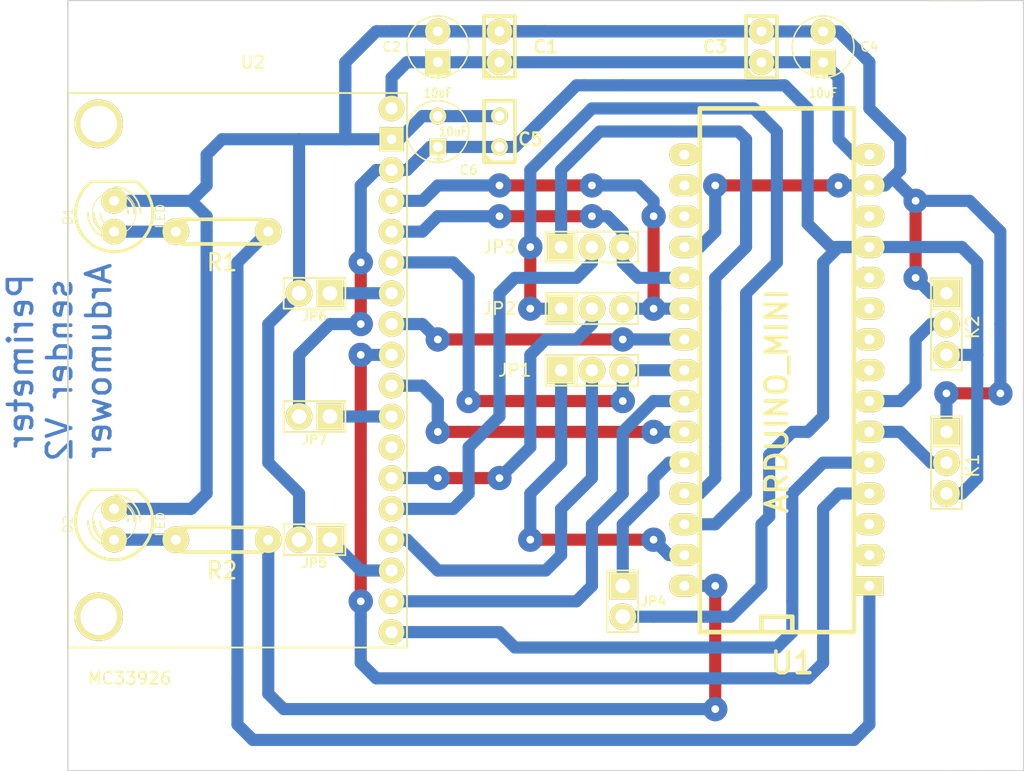
<source format=kicad_pcb>
(kicad_pcb (version 3) (host pcbnew "(2013-07-07 BZR 4022)-stable")

  (general
    (links 53)
    (no_connects 0)
    (area 180.289999 106.629999 255.320001 170.230001)
    (thickness 1.6)
    (drawings 10)
    (tracks 304)
    (zones 0)
    (modules 21)
    (nets 28)
  )

  (page A3)
  (layers
    (15 F.Cu signal)
    (0 B.Cu signal)
    (16 B.Adhes user)
    (17 F.Adhes user)
    (18 B.Paste user)
    (19 F.Paste user)
    (20 B.SilkS user)
    (21 F.SilkS user)
    (22 B.Mask user)
    (23 F.Mask user)
    (24 Dwgs.User user)
    (25 Cmts.User user)
    (26 Eco1.User user)
    (27 Eco2.User user)
    (28 Edge.Cuts user)
  )

  (setup
    (last_trace_width 1)
    (trace_clearance 0.2)
    (zone_clearance 0.508)
    (zone_45_only no)
    (trace_min 0.254)
    (segment_width 0.2)
    (edge_width 0.1)
    (via_size 2)
    (via_drill 0.635)
    (via_min_size 0.889)
    (via_min_drill 0.508)
    (uvia_size 0.508)
    (uvia_drill 0.127)
    (uvias_allowed no)
    (uvia_min_size 0.508)
    (uvia_min_drill 0.127)
    (pcb_text_width 0.3)
    (pcb_text_size 1.5 1.5)
    (mod_edge_width 0.15)
    (mod_text_size 1 1)
    (mod_text_width 0.15)
    (pad_size 2.2 2.2)
    (pad_drill 1.016)
    (pad_to_mask_clearance 0)
    (aux_axis_origin 0 0)
    (visible_elements 7FFFFFFF)
    (pcbplotparams
      (layerselection 271613953)
      (usegerberextensions true)
      (excludeedgelayer true)
      (linewidth 0.150000)
      (plotframeref false)
      (viasonmask false)
      (mode 1)
      (useauxorigin false)
      (hpglpennumber 1)
      (hpglpenspeed 20)
      (hpglpendiameter 15)
      (hpglpenoverlay 2)
      (psnegative false)
      (psa4output false)
      (plotreference true)
      (plotvalue true)
      (plotothertext true)
      (plotinvisibletext false)
      (padsonsilk false)
      (subtractmaskfromsilk false)
      (outputformat 1)
      (mirror false)
      (drillshape 0)
      (scaleselection 1)
      (outputdirectory "C:/Dropbox/CAD/Kicad/Robomow/Perimeter sender V2/Perimeter sender V2 production files/"))
  )

  (net 0 "")
  (net 1 +5V)
  (net 2 EN)
  (net 3 GND)
  (net 4 M1D1)
  (net 5 M1FB)
  (net 6 M1IN1)
  (net 7 M1IN2)
  (net 8 M1nD2)
  (net 9 M1nSF)
  (net 10 M2D1)
  (net 11 M2FB)
  (net 12 M2IN1)
  (net 13 M2IN2)
  (net 14 M2nD2)
  (net 15 M2nSF)
  (net 16 N-000001)
  (net 17 N-000002)
  (net 18 N-0000025)
  (net 19 N-0000027)
  (net 20 N-000003)
  (net 21 N-0000041)
  (net 22 N-0000042)
  (net 23 N-000007)
  (net 24 N-000008)
  (net 25 N-000009)
  (net 26 SLEW)
  (net 27 Vin)

  (net_class Default "This is the default net class."
    (clearance 0.2)
    (trace_width 1)
    (via_dia 2)
    (via_drill 0.635)
    (uvia_dia 0.508)
    (uvia_drill 0.127)
    (add_net "")
    (add_net +5V)
    (add_net EN)
    (add_net GND)
    (add_net M1D1)
    (add_net M1FB)
    (add_net M1IN1)
    (add_net M1IN2)
    (add_net M1nD2)
    (add_net M1nSF)
    (add_net M2D1)
    (add_net M2FB)
    (add_net M2IN1)
    (add_net M2IN2)
    (add_net M2nD2)
    (add_net M2nSF)
    (add_net N-000001)
    (add_net N-000002)
    (add_net N-0000025)
    (add_net N-0000027)
    (add_net N-000003)
    (add_net N-0000041)
    (add_net N-0000042)
    (add_net N-000007)
    (add_net N-000008)
    (add_net N-000009)
    (add_net SLEW)
    (add_net Vin)
  )

  (module PIN_ARRAY_2X1 (layer F.Cu) (tedit 53C69C02) (tstamp 53C67ED1)
    (at 200.66 140.97 180)
    (descr "Connecteurs 2 pins")
    (tags "CONN DEV")
    (path /53A9848C)
    (fp_text reference JP7 (at 0 -1.905 180) (layer F.SilkS)
      (effects (font (size 0.762 0.762) (thickness 0.1524)))
    )
    (fp_text value Slew (at 0 2.54 180) (layer F.SilkS) hide
      (effects (font (size 0.762 0.762) (thickness 0.1524)))
    )
    (fp_line (start -2.54 1.27) (end -2.54 -1.27) (layer F.SilkS) (width 0.1524))
    (fp_line (start -2.54 -1.27) (end 2.54 -1.27) (layer F.SilkS) (width 0.1524))
    (fp_line (start 2.54 -1.27) (end 2.54 1.27) (layer F.SilkS) (width 0.1524))
    (fp_line (start 2.54 1.27) (end -2.54 1.27) (layer F.SilkS) (width 0.1524))
    (pad 1 thru_hole rect (at -1.27 0 180) (size 2.2 2.2) (drill 1.2)
      (layers *.Cu *.Mask F.SilkS)
      (net 26 SLEW)
    )
    (pad 2 thru_hole circle (at 1.27 0 180) (size 2.2 2.2) (drill 1.2)
      (layers *.Cu *.Mask F.SilkS)
      (net 1 +5V)
    )
    (model pin_array/pins_array_2x1.wrl
      (at (xyz 0 0 0))
      (scale (xyz 1 1 1))
      (rotate (xyz 0 0 0))
    )
  )

  (module Dual_MC33926 (layer F.Cu) (tedit 53C69639) (tstamp 53C65B3E)
    (at 210.82 120.65)
    (path /53A98109)
    (fp_text reference U2 (at -15.24 -8.89) (layer F.SilkS)
      (effects (font (size 1 1) (thickness 0.15)))
    )
    (fp_text value MC33926 (at -25.4 41.91) (layer F.SilkS)
      (effects (font (size 1 1) (thickness 0.15)))
    )
    (fp_line (start -2.54 -6.35) (end -2.54 39.37) (layer F.SilkS) (width 0.15))
    (fp_line (start -2.54 39.37) (end -30.48 39.37) (layer F.SilkS) (width 0.15))
    (fp_line (start -30.48 39.37) (end -30.48 -6.35) (layer F.SilkS) (width 0.15))
    (fp_line (start -30.48 -6.35) (end -2.54 -6.35) (layer F.SilkS) (width 0.15))
    (pad 1 thru_hole circle (at -3.81 -5.08) (size 2.1 2.1) (drill 1)
      (layers *.Cu *.Mask F.SilkS)
      (net 27 Vin)
    )
    (pad 2 thru_hole rect (at -3.81 -2.54) (size 2 2) (drill 0.8)
      (layers *.Cu *.Mask F.SilkS)
      (net 3 GND)
    )
    (pad 3 thru_hole circle (at -3.81 0) (size 2.1 2.1) (drill 1)
      (layers *.Cu *.Mask F.SilkS)
      (net 1 +5V)
    )
    (pad 4 thru_hole circle (at -3.81 2.54) (size 2.1 2.1) (drill 1)
      (layers *.Cu *.Mask F.SilkS)
      (net 7 M1IN2)
    )
    (pad 5 thru_hole circle (at -3.81 5.08) (size 2.1 2.1) (drill 1)
      (layers *.Cu *.Mask F.SilkS)
      (net 6 M1IN1)
    )
    (pad 6 thru_hole circle (at -3.81 7.62) (size 2.1 2.1) (drill 1)
      (layers *.Cu *.Mask F.SilkS)
      (net 8 M1nD2)
    )
    (pad 7 thru_hole circle (at -3.81 10.16) (size 2.1 2.1) (drill 1)
      (layers *.Cu *.Mask F.SilkS)
      (net 4 M1D1)
    )
    (pad 8 thru_hole circle (at -3.81 12.7) (size 2.1 2.1) (drill 1)
      (layers *.Cu *.Mask F.SilkS)
      (net 9 M1nSF)
    )
    (pad 9 thru_hole circle (at -3.81 15.24) (size 2.1 2.1) (drill 1)
      (layers *.Cu *.Mask F.SilkS)
      (net 5 M1FB)
    )
    (pad 10 thru_hole circle (at -3.81 17.78) (size 2.1 2.1) (drill 1)
      (layers *.Cu *.Mask F.SilkS)
      (net 2 EN)
    )
    (pad 11 thru_hole circle (at -3.81 20.32) (size 2.1 2.1) (drill 1)
      (layers *.Cu *.Mask F.SilkS)
      (net 26 SLEW)
    )
    (pad 12 thru_hole circle (at -3.81 22.86) (size 2.1 2.1) (drill 1)
      (layers *.Cu *.Mask F.SilkS)
    )
    (pad 13 thru_hole circle (at -3.81 25.4) (size 2.1 2.1) (drill 1)
      (layers *.Cu *.Mask F.SilkS)
      (net 13 M2IN2)
    )
    (pad 14 thru_hole circle (at -3.81 27.94) (size 2.1 2.1) (drill 1)
      (layers *.Cu *.Mask F.SilkS)
      (net 12 M2IN1)
    )
    (pad 15 thru_hole circle (at -3.81 30.48) (size 2.1 2.1) (drill 1)
      (layers *.Cu *.Mask F.SilkS)
      (net 14 M2nD2)
    )
    (pad 16 thru_hole circle (at -3.81 33.02) (size 2.1 2.1) (drill 1)
      (layers *.Cu *.Mask F.SilkS)
      (net 10 M2D1)
    )
    (pad 17 thru_hole circle (at -3.81 35.56) (size 2.1 2.1) (drill 1)
      (layers *.Cu *.Mask F.SilkS)
      (net 15 M2nSF)
    )
    (pad 18 thru_hole circle (at -3.81 38.1) (size 2.1 2.1) (drill 1)
      (layers *.Cu *.Mask F.SilkS)
      (net 11 M2FB)
    )
    (pad "" np_thru_hole circle (at -27.94 -3.81) (size 4 4) (drill 3)
      (layers *.Cu *.Mask F.SilkS)
    )
    (pad "" np_thru_hole circle (at -27.94 36.83) (size 4 4) (drill 3)
      (layers *.Cu *.Mask F.SilkS)
      (zone_connect 0)
    )
  )

  (module R3-LARGE_PADS (layer F.Cu) (tedit 53CB9C3F) (tstamp 53C65AAA)
    (at 193.04 125.73)
    (descr "Resitance 3 pas")
    (tags R)
    (path /53A992CD)
    (autoplace_cost180 10)
    (fp_text reference R1 (at 0 2.54) (layer F.SilkS)
      (effects (font (size 1.397 1.27) (thickness 0.2032)))
    )
    (fp_text value 470R (at 0 0) (layer F.SilkS) hide
      (effects (font (size 1.397 1.27) (thickness 0.2032)))
    )
    (fp_line (start -3.81 0) (end -3.302 0) (layer F.SilkS) (width 0.3048))
    (fp_line (start 3.81 0) (end 3.302 0) (layer F.SilkS) (width 0.3048))
    (fp_line (start 3.302 0) (end 3.302 -1.016) (layer F.SilkS) (width 0.3048))
    (fp_line (start 3.302 -1.016) (end -3.302 -1.016) (layer F.SilkS) (width 0.3048))
    (fp_line (start -3.302 -1.016) (end -3.302 1.016) (layer F.SilkS) (width 0.3048))
    (fp_line (start -3.302 1.016) (end 3.302 1.016) (layer F.SilkS) (width 0.3048))
    (fp_line (start 3.302 1.016) (end 3.302 0) (layer F.SilkS) (width 0.3048))
    (fp_line (start -3.302 -0.508) (end -2.794 -1.016) (layer F.SilkS) (width 0.3048))
    (pad 1 thru_hole circle (at -3.81 0) (size 2.2 2.2) (drill 0.8128)
      (layers *.Cu *.Mask F.SilkS)
      (net 21 N-0000041)
    )
    (pad 2 thru_hole circle (at 3.81 0) (size 2.2 2.2) (drill 0.8128)
      (layers *.Cu *.Mask F.SilkS)
      (net 24 N-000008)
    )
    (model discret/resistor.wrl
      (at (xyz 0 0 0))
      (scale (xyz 0.3 0.3 0.3))
      (rotate (xyz 0 0 0))
    )
  )

  (module R3-LARGE_PADS (layer F.Cu) (tedit 53C69C1B) (tstamp 53C65AB8)
    (at 193.04 151.13)
    (descr "Resitance 3 pas")
    (tags R)
    (path /53A992DC)
    (autoplace_cost180 10)
    (fp_text reference R2 (at 0 2.54) (layer F.SilkS)
      (effects (font (size 1.397 1.27) (thickness 0.2032)))
    )
    (fp_text value 470R (at 0 0) (layer F.SilkS) hide
      (effects (font (size 1.397 1.27) (thickness 0.2032)))
    )
    (fp_line (start -3.81 0) (end -3.302 0) (layer F.SilkS) (width 0.3048))
    (fp_line (start 3.81 0) (end 3.302 0) (layer F.SilkS) (width 0.3048))
    (fp_line (start 3.302 0) (end 3.302 -1.016) (layer F.SilkS) (width 0.3048))
    (fp_line (start 3.302 -1.016) (end -3.302 -1.016) (layer F.SilkS) (width 0.3048))
    (fp_line (start -3.302 -1.016) (end -3.302 1.016) (layer F.SilkS) (width 0.3048))
    (fp_line (start -3.302 1.016) (end 3.302 1.016) (layer F.SilkS) (width 0.3048))
    (fp_line (start 3.302 1.016) (end 3.302 0) (layer F.SilkS) (width 0.3048))
    (fp_line (start -3.302 -0.508) (end -2.794 -1.016) (layer F.SilkS) (width 0.3048))
    (pad 1 thru_hole circle (at -3.81 0) (size 2.2 2.2) (drill 0.8128)
      (layers *.Cu *.Mask F.SilkS)
      (net 22 N-0000042)
    )
    (pad 2 thru_hole circle (at 3.81 0) (size 2.2 2.2) (drill 0.8128)
      (layers *.Cu *.Mask F.SilkS)
      (net 23 N-000007)
    )
    (model discret/resistor.wrl
      (at (xyz 0 0 0))
      (scale (xyz 0.3 0.3 0.3))
      (rotate (xyz 0 0 0))
    )
  )

  (module PIN_ARRAY_3X1 (layer F.Cu) (tedit 53CB9E16) (tstamp 53C65AC4)
    (at 223.52 137.16)
    (descr "Connecteur 3 pins")
    (tags "CONN DEV")
    (path /53A98E61)
    (fp_text reference JP1 (at -6.35 0) (layer F.SilkS)
      (effects (font (size 1.016 1.016) (thickness 0.1524)))
    )
    (fp_text value "Double Current / Dual Loop" (at -1.27 2.54) (layer F.SilkS) hide
      (effects (font (size 1.016 1.016) (thickness 0.1524)))
    )
    (fp_line (start -3.81 1.27) (end -3.81 -1.27) (layer F.SilkS) (width 0.1524))
    (fp_line (start -3.81 -1.27) (end 3.81 -1.27) (layer F.SilkS) (width 0.1524))
    (fp_line (start 3.81 -1.27) (end 3.81 1.27) (layer F.SilkS) (width 0.1524))
    (fp_line (start 3.81 1.27) (end -3.81 1.27) (layer F.SilkS) (width 0.1524))
    (fp_line (start -1.27 -1.27) (end -1.27 1.27) (layer F.SilkS) (width 0.1524))
    (pad 1 thru_hole rect (at -2.54 0) (size 2.2 2.2) (drill 1.016)
      (layers *.Cu *.Mask F.SilkS)
      (net 16 N-000001)
    )
    (pad 2 thru_hole circle (at 0 0) (size 2.2 2.2) (drill 1.016)
      (layers *.Cu *.Mask F.SilkS)
      (net 14 M2nD2)
    )
    (pad 3 thru_hole circle (at 2.54 0) (size 2.2 2.2) (drill 1.016)
      (layers *.Cu *.Mask F.SilkS)
      (net 8 M1nD2)
    )
    (model pin_array/pins_array_3x1.wrl
      (at (xyz 0 0 0))
      (scale (xyz 1 1 1))
      (rotate (xyz 0 0 0))
    )
  )

  (module PIN_ARRAY_3X1 (layer F.Cu) (tedit 53CB9E1A) (tstamp 53C65AD0)
    (at 223.52 132.08)
    (descr "Connecteur 3 pins")
    (tags "CONN DEV")
    (path /53A98E70)
    (fp_text reference JP2 (at -7.62 0) (layer F.SilkS)
      (effects (font (size 1.016 1.016) (thickness 0.1524)))
    )
    (fp_text value "Double Current / Dual Loop" (at 0 -2.159) (layer F.SilkS) hide
      (effects (font (size 1.016 1.016) (thickness 0.1524)))
    )
    (fp_line (start -3.81 1.27) (end -3.81 -1.27) (layer F.SilkS) (width 0.1524))
    (fp_line (start -3.81 -1.27) (end 3.81 -1.27) (layer F.SilkS) (width 0.1524))
    (fp_line (start 3.81 -1.27) (end 3.81 1.27) (layer F.SilkS) (width 0.1524))
    (fp_line (start 3.81 1.27) (end -3.81 1.27) (layer F.SilkS) (width 0.1524))
    (fp_line (start -1.27 -1.27) (end -1.27 1.27) (layer F.SilkS) (width 0.1524))
    (pad 1 thru_hole rect (at -2.54 0) (size 2.2 2.2) (drill 1.016)
      (layers *.Cu *.Mask F.SilkS)
      (net 17 N-000002)
    )
    (pad 2 thru_hole circle (at 0 0) (size 2.2 2.2) (drill 1.016)
      (layers *.Cu *.Mask F.SilkS)
      (net 13 M2IN2)
    )
    (pad 3 thru_hole circle (at 2.54 0) (size 2.2 2.2) (drill 1.016)
      (layers *.Cu *.Mask F.SilkS)
      (net 7 M1IN2)
    )
    (model pin_array/pins_array_3x1.wrl
      (at (xyz 0 0 0))
      (scale (xyz 1 1 1))
      (rotate (xyz 0 0 0))
    )
  )

  (module PIN_ARRAY_3X1 (layer F.Cu) (tedit 53CB9E21) (tstamp 53C65ADC)
    (at 223.52 127)
    (descr "Connecteur 3 pins")
    (tags "CONN DEV")
    (path /53A98E7F)
    (fp_text reference JP3 (at -7.62 0) (layer F.SilkS)
      (effects (font (size 1.016 1.016) (thickness 0.1524)))
    )
    (fp_text value "Double Current / Dual Loop" (at 0 -2.159) (layer F.SilkS) hide
      (effects (font (size 1.016 1.016) (thickness 0.1524)))
    )
    (fp_line (start -3.81 1.27) (end -3.81 -1.27) (layer F.SilkS) (width 0.1524))
    (fp_line (start -3.81 -1.27) (end 3.81 -1.27) (layer F.SilkS) (width 0.1524))
    (fp_line (start 3.81 -1.27) (end 3.81 1.27) (layer F.SilkS) (width 0.1524))
    (fp_line (start 3.81 1.27) (end -3.81 1.27) (layer F.SilkS) (width 0.1524))
    (fp_line (start -1.27 -1.27) (end -1.27 1.27) (layer F.SilkS) (width 0.1524))
    (pad 1 thru_hole rect (at -2.54 0) (size 2.2 2.2) (drill 1.016)
      (layers *.Cu *.Mask F.SilkS)
      (net 20 N-000003)
    )
    (pad 2 thru_hole circle (at 0 0) (size 2.2 2.2) (drill 1.016)
      (layers *.Cu *.Mask F.SilkS)
      (net 12 M2IN1)
    )
    (pad 3 thru_hole circle (at 2.54 0) (size 2.2 2.2) (drill 1.016)
      (layers *.Cu *.Mask F.SilkS)
      (net 6 M1IN1)
    )
    (model pin_array/pins_array_3x1.wrl
      (at (xyz 0 0 0))
      (scale (xyz 1 1 1))
      (rotate (xyz 0 0 0))
    )
  )

  (module PIN_ARRAY_2X1 (layer F.Cu) (tedit 53C69C0D) (tstamp 53C65AF0)
    (at 200.66 130.81 180)
    (descr "Connecteurs 2 pins")
    (tags "CONN DEV")
    (path /53A985FD)
    (fp_text reference JP6 (at 0 -1.905 180) (layer F.SilkS)
      (effects (font (size 0.762 0.762) (thickness 0.1524)))
    )
    (fp_text value M1D1 (at 0 2.54 180) (layer F.SilkS) hide
      (effects (font (size 0.762 0.762) (thickness 0.1524)))
    )
    (fp_line (start -2.54 1.27) (end -2.54 -1.27) (layer F.SilkS) (width 0.1524))
    (fp_line (start -2.54 -1.27) (end 2.54 -1.27) (layer F.SilkS) (width 0.1524))
    (fp_line (start 2.54 -1.27) (end 2.54 1.27) (layer F.SilkS) (width 0.1524))
    (fp_line (start 2.54 1.27) (end -2.54 1.27) (layer F.SilkS) (width 0.1524))
    (pad 1 thru_hole rect (at -1.27 0 180) (size 2.2 2.2) (drill 1.2)
      (layers *.Cu *.Mask F.SilkS)
      (net 4 M1D1)
    )
    (pad 2 thru_hole circle (at 1.27 0 180) (size 2.2 2.2) (drill 1.2)
      (layers *.Cu *.Mask F.SilkS)
      (net 3 GND)
    )
    (model pin_array/pins_array_2x1.wrl
      (at (xyz 0 0 0))
      (scale (xyz 1 1 1))
      (rotate (xyz 0 0 0))
    )
  )

  (module PIN_ARRAY_2X1 (layer F.Cu) (tedit 53C69C07) (tstamp 53C6891E)
    (at 200.66 151.13 180)
    (descr "Connecteurs 2 pins")
    (tags "CONN DEV")
    (path /53A98828)
    (fp_text reference JP5 (at 0 -1.905 180) (layer F.SilkS)
      (effects (font (size 0.762 0.762) (thickness 0.1524)))
    )
    (fp_text value M2D1 (at 0 2.54 180) (layer F.SilkS) hide
      (effects (font (size 0.762 0.762) (thickness 0.1524)))
    )
    (fp_line (start -2.54 1.27) (end -2.54 -1.27) (layer F.SilkS) (width 0.1524))
    (fp_line (start -2.54 -1.27) (end 2.54 -1.27) (layer F.SilkS) (width 0.1524))
    (fp_line (start 2.54 -1.27) (end 2.54 1.27) (layer F.SilkS) (width 0.1524))
    (fp_line (start 2.54 1.27) (end -2.54 1.27) (layer F.SilkS) (width 0.1524))
    (pad 1 thru_hole rect (at -1.27 0 180) (size 2.2 2.2) (drill 1.2)
      (layers *.Cu *.Mask F.SilkS)
      (net 10 M2D1)
    )
    (pad 2 thru_hole circle (at 1.27 0 180) (size 2.2 2.2) (drill 1.2)
      (layers *.Cu *.Mask F.SilkS)
      (net 3 GND)
    )
    (model pin_array/pins_array_2x1.wrl
      (at (xyz 0 0 0))
      (scale (xyz 1 1 1))
      (rotate (xyz 0 0 0))
    )
  )

  (module PIN_ARRAY_2X1 (layer F.Cu) (tedit 53CB9DF4) (tstamp 53C69D62)
    (at 226.06 156.21 270)
    (descr "Connecteurs 2 pins")
    (tags "CONN DEV")
    (path /53A99202)
    (fp_text reference JP4 (at 0 -2.54 360) (layer F.SilkS)
      (effects (font (size 0.762 0.762) (thickness 0.1524)))
    )
    (fp_text value "Double Current / Dual Loop" (at 0 2.54 270) (layer F.SilkS) hide
      (effects (font (size 0.762 0.762) (thickness 0.1524)))
    )
    (fp_line (start -2.54 1.27) (end -2.54 -1.27) (layer F.SilkS) (width 0.1524))
    (fp_line (start -2.54 -1.27) (end 2.54 -1.27) (layer F.SilkS) (width 0.1524))
    (fp_line (start 2.54 -1.27) (end 2.54 1.27) (layer F.SilkS) (width 0.1524))
    (fp_line (start 2.54 1.27) (end -2.54 1.27) (layer F.SilkS) (width 0.1524))
    (pad 1 thru_hole rect (at -1.27 0 270) (size 2.2 2.2) (drill 1.2)
      (layers *.Cu *.Mask F.SilkS)
      (net 25 N-000009)
    )
    (pad 2 thru_hole circle (at 1.27 0 270) (size 2.2 2.2) (drill 1.2)
      (layers *.Cu *.Mask F.SilkS)
      (net 1 +5V)
    )
    (model pin_array/pins_array_2x1.wrl
      (at (xyz 0 0 0))
      (scale (xyz 1 1 1))
      (rotate (xyz 0 0 0))
    )
  )

  (module LED-5MM (layer F.Cu) (tedit 53CB9C68) (tstamp 53C65B13)
    (at 184.15 124.46 90)
    (descr "LED 5mm - Lead pitch 100mil (2,54mm)")
    (tags "LED led 5mm 5MM 100mil 2,54mm")
    (path /53A99394)
    (fp_text reference D1 (at 0 -3.81 90) (layer F.SilkS)
      (effects (font (size 0.762 0.762) (thickness 0.0889)))
    )
    (fp_text value LED (at 0 3.81 90) (layer F.SilkS)
      (effects (font (size 0.762 0.762) (thickness 0.0889)))
    )
    (fp_line (start 2.8448 1.905) (end 2.8448 -1.905) (layer F.SilkS) (width 0.2032))
    (fp_circle (center 0.254 0) (end -1.016 1.27) (layer F.SilkS) (width 0.0762))
    (fp_arc (start 0.254 0) (end 2.794 1.905) (angle 286.2) (layer F.SilkS) (width 0.254))
    (fp_arc (start 0.254 0) (end -0.889 0) (angle 90) (layer F.SilkS) (width 0.1524))
    (fp_arc (start 0.254 0) (end 1.397 0) (angle 90) (layer F.SilkS) (width 0.1524))
    (fp_arc (start 0.254 0) (end -1.397 0) (angle 90) (layer F.SilkS) (width 0.1524))
    (fp_arc (start 0.254 0) (end 1.905 0) (angle 90) (layer F.SilkS) (width 0.1524))
    (fp_arc (start 0.254 0) (end -1.905 0) (angle 90) (layer F.SilkS) (width 0.1524))
    (fp_arc (start 0.254 0) (end 2.413 0) (angle 90) (layer F.SilkS) (width 0.1524))
    (pad 1 thru_hole circle (at -1.27 0 90) (size 2.1 2.1) (drill 0.8128)
      (layers *.Cu *.Mask F.SilkS)
      (net 21 N-0000041)
    )
    (pad 2 thru_hole circle (at 1.27 0 90) (size 2.1 2.1) (drill 0.8128)
      (layers *.Cu *.Mask F.SilkS)
      (net 3 GND)
    )
    (model discret/leds/led5_vertical_verde.wrl
      (at (xyz 0 0 0))
      (scale (xyz 1 1 1))
      (rotate (xyz 0 0 0))
    )
  )

  (module LED-5MM (layer F.Cu) (tedit 50ADE86B) (tstamp 53C65B22)
    (at 184.15 149.86 90)
    (descr "LED 5mm - Lead pitch 100mil (2,54mm)")
    (tags "LED led 5mm 5MM 100mil 2,54mm")
    (path /53A993A3)
    (fp_text reference D2 (at 0 -3.81 90) (layer F.SilkS)
      (effects (font (size 0.762 0.762) (thickness 0.0889)))
    )
    (fp_text value LED (at 0 3.81 90) (layer F.SilkS)
      (effects (font (size 0.762 0.762) (thickness 0.0889)))
    )
    (fp_line (start 2.8448 1.905) (end 2.8448 -1.905) (layer F.SilkS) (width 0.2032))
    (fp_circle (center 0.254 0) (end -1.016 1.27) (layer F.SilkS) (width 0.0762))
    (fp_arc (start 0.254 0) (end 2.794 1.905) (angle 286.2) (layer F.SilkS) (width 0.254))
    (fp_arc (start 0.254 0) (end -0.889 0) (angle 90) (layer F.SilkS) (width 0.1524))
    (fp_arc (start 0.254 0) (end 1.397 0) (angle 90) (layer F.SilkS) (width 0.1524))
    (fp_arc (start 0.254 0) (end -1.397 0) (angle 90) (layer F.SilkS) (width 0.1524))
    (fp_arc (start 0.254 0) (end 1.905 0) (angle 90) (layer F.SilkS) (width 0.1524))
    (fp_arc (start 0.254 0) (end -1.905 0) (angle 90) (layer F.SilkS) (width 0.1524))
    (fp_arc (start 0.254 0) (end 2.413 0) (angle 90) (layer F.SilkS) (width 0.1524))
    (pad 1 thru_hole circle (at -1.27 0 90) (size 2.1 2.1) (drill 0.8128)
      (layers *.Cu *.Mask F.SilkS)
      (net 22 N-0000042)
    )
    (pad 2 thru_hole circle (at 1.27 0 90) (size 2.1 2.1) (drill 0.8128)
      (layers *.Cu *.Mask F.SilkS)
      (net 3 GND)
    )
    (model discret/leds/led5_vertical_verde.wrl
      (at (xyz 0 0 0))
      (scale (xyz 1 1 1))
      (rotate (xyz 0 0 0))
    )
  )

  (module C1V5 (layer F.Cu) (tedit 53CB9E33) (tstamp 53C65B46)
    (at 210.82 110.49 90)
    (descr "Condensateur e = 1 pas")
    (tags C)
    (path /53A9813A)
    (fp_text reference C2 (at 0 -3.81 180) (layer F.SilkS)
      (effects (font (size 0.762 0.762) (thickness 0.127)))
    )
    (fp_text value 10uF (at -3.81 0 180) (layer F.SilkS)
      (effects (font (size 0.762 0.635) (thickness 0.127)))
    )
    (fp_text user + (at -2.286 0 90) (layer F.SilkS)
      (effects (font (size 0.762 0.762) (thickness 0.2032)))
    )
    (fp_circle (center 0 0) (end 0.127 -2.54) (layer F.SilkS) (width 0.127))
    (pad 1 thru_hole rect (at -1.27 0 90) (size 2.1 2.1) (drill 0.8128)
      (layers *.Cu *.Mask F.SilkS)
      (net 27 Vin)
    )
    (pad 2 thru_hole circle (at 1.27 0 90) (size 2.1 2.1) (drill 0.8128)
      (layers *.Cu *.Mask F.SilkS)
      (net 3 GND)
    )
    (model discret/c_vert_c1v5.wrl
      (at (xyz 0 0 0))
      (scale (xyz 1 1 1))
      (rotate (xyz 0 0 0))
    )
  )

  (module C1 (layer F.Cu) (tedit 53CB9E2C) (tstamp 53C65B51)
    (at 215.9 110.49 90)
    (descr "Condensateur e = 1 pas")
    (tags C)
    (path /53A9816D)
    (fp_text reference C1 (at 0 3.81 180) (layer F.SilkS)
      (effects (font (size 1.016 1.016) (thickness 0.2032)))
    )
    (fp_text value 100nF (at -3.81 0 180) (layer F.SilkS) hide
      (effects (font (size 1.016 1.016) (thickness 0.2032)))
    )
    (fp_line (start -2.4892 -1.27) (end 2.54 -1.27) (layer F.SilkS) (width 0.3048))
    (fp_line (start 2.54 -1.27) (end 2.54 1.27) (layer F.SilkS) (width 0.3048))
    (fp_line (start 2.54 1.27) (end -2.54 1.27) (layer F.SilkS) (width 0.3048))
    (fp_line (start -2.54 1.27) (end -2.54 -1.27) (layer F.SilkS) (width 0.3048))
    (fp_line (start -2.54 -0.635) (end -1.905 -1.27) (layer F.SilkS) (width 0.3048))
    (pad 1 thru_hole circle (at -1.27 0 90) (size 2.1 2.1) (drill 0.8128)
      (layers *.Cu *.Mask F.SilkS)
      (net 27 Vin)
    )
    (pad 2 thru_hole circle (at 1.27 0 90) (size 2.1 2.1) (drill 0.8128)
      (layers *.Cu *.Mask F.SilkS)
      (net 3 GND)
    )
    (model discret/capa_1_pas.wrl
      (at (xyz 0 0 0))
      (scale (xyz 1 1 1))
      (rotate (xyz 0 0 0))
    )
  )

  (module arduino_mini (layer F.Cu) (tedit 53CB9E48) (tstamp 53C65B85)
    (at 238.76 135.89 90)
    (descr "30 pins DIL package, elliptical pads, width 600mil (arduino mini)")
    (tags "DIL arduino mini")
    (path /53A980FA)
    (fp_text reference U1 (at -25.4 1.27 180) (layer F.SilkS)
      (effects (font (size 1.778 1.778) (thickness 0.3048)))
    )
    (fp_text value ARDUINO_MINI (at -3.81 0 90) (layer F.SilkS)
      (effects (font (size 1.778 1.778) (thickness 0.3048)))
    )
    (fp_line (start -22.86 -6.35) (end 20.32 -6.35) (layer F.SilkS) (width 0.381))
    (fp_line (start 20.32 -6.35) (end 20.32 6.35) (layer F.SilkS) (width 0.381))
    (fp_line (start 20.32 6.35) (end -22.86 6.35) (layer F.SilkS) (width 0.381))
    (fp_line (start -22.86 6.35) (end -22.86 -6.35) (layer F.SilkS) (width 0.381))
    (fp_line (start -22.86 1.27) (end -21.59 1.27) (layer F.SilkS) (width 0.381))
    (fp_line (start -21.59 1.27) (end -21.59 -1.27) (layer F.SilkS) (width 0.381))
    (fp_line (start -21.59 -1.27) (end -22.86 -1.27) (layer F.SilkS) (width 0.381))
    (pad 1 thru_hole rect (at -19.05 7.62 90) (size 1.5748 2.286) (drill 0.8128)
      (layers *.Cu *.Mask F.SilkS)
      (net 24 N-000008)
    )
    (pad 2 thru_hole oval (at -16.51 7.62 90) (size 1.8 2.5) (drill 0.8128)
      (layers *.Cu *.Mask F.SilkS)
    )
    (pad 3 thru_hole oval (at -13.97 7.62 90) (size 1.8 2.5) (drill 0.8128)
      (layers *.Cu *.Mask F.SilkS)
    )
    (pad 4 thru_hole oval (at -11.43 7.62 90) (size 1.8 2.5) (drill 0.8128)
      (layers *.Cu *.Mask F.SilkS)
      (net 5 M1FB)
    )
    (pad 5 thru_hole oval (at -8.89 7.62 90) (size 1.8 2.5) (drill 0.8128)
      (layers *.Cu *.Mask F.SilkS)
      (net 11 M2FB)
    )
    (pad 6 thru_hole oval (at -6.35 7.62 90) (size 1.8 2.5) (drill 0.8128)
      (layers *.Cu *.Mask F.SilkS)
      (net 18 N-0000025)
    )
    (pad 7 thru_hole oval (at -3.81 7.62 90) (size 1.8 2.5) (drill 0.8128)
      (layers *.Cu *.Mask F.SilkS)
      (net 19 N-0000027)
    )
    (pad 8 thru_hole oval (at -1.27 7.62 90) (size 1.8 2.5) (drill 0.8128)
      (layers *.Cu *.Mask F.SilkS)
    )
    (pad 9 thru_hole oval (at 1.27 7.62 90) (size 1.8 2.5) (drill 0.8128)
      (layers *.Cu *.Mask F.SilkS)
    )
    (pad 10 thru_hole oval (at 3.81 7.62 90) (size 1.8 2.5) (drill 0.8128)
      (layers *.Cu *.Mask F.SilkS)
    )
    (pad 11 thru_hole oval (at 6.35 7.62 90) (size 1.8 2.5) (drill 0.8128)
      (layers *.Cu *.Mask F.SilkS)
    )
    (pad 12 thru_hole oval (at 8.89 7.62 90) (size 1.8 2.5) (drill 0.8128)
      (layers *.Cu *.Mask F.SilkS)
      (net 1 +5V)
    )
    (pad 13 thru_hole oval (at 11.43 7.62 90) (size 1.8 2.5) (drill 0.8128)
      (layers *.Cu *.Mask F.SilkS)
    )
    (pad 14 thru_hole oval (at 13.97 7.62 90) (size 1.8 2.5) (drill 0.8128)
      (layers *.Cu *.Mask F.SilkS)
      (net 3 GND)
    )
    (pad 15 thru_hole oval (at 16.51 7.62 90) (size 1.8 2.5) (drill 0.8128)
      (layers *.Cu *.Mask F.SilkS)
      (net 27 Vin)
    )
    (pad 16 thru_hole oval (at 16.51 -7.62 90) (size 1.8 2.5) (drill 0.8128)
      (layers *.Cu *.Mask F.SilkS)
    )
    (pad 17 thru_hole oval (at 13.97 -7.62 90) (size 1.8 2.5) (drill 0.8128)
      (layers *.Cu *.Mask F.SilkS)
    )
    (pad 18 thru_hole oval (at 11.43 -7.62 90) (size 1.8 2.5) (drill 0.8128)
      (layers *.Cu *.Mask F.SilkS)
    )
    (pad 19 thru_hole oval (at 8.89 -7.62 90) (size 1.8 2.5) (drill 0.8128)
      (layers *.Cu *.Mask F.SilkS)
      (net 3 GND)
    )
    (pad 20 thru_hole oval (at 6.35 -7.62 90) (size 1.8 2.5) (drill 0.8128)
      (layers *.Cu *.Mask F.SilkS)
      (net 6 M1IN1)
    )
    (pad 21 thru_hole oval (at 3.81 -7.62 90) (size 1.8 2.5) (drill 0.8128)
      (layers *.Cu *.Mask F.SilkS)
      (net 7 M1IN2)
    )
    (pad 22 thru_hole oval (at 1.27 -7.62 90) (size 1.8 2.5) (drill 0.8128)
      (layers *.Cu *.Mask F.SilkS)
      (net 9 M1nSF)
    )
    (pad 23 thru_hole oval (at -1.27 -7.62 90) (size 1.8 2.5) (drill 0.8128)
      (layers *.Cu *.Mask F.SilkS)
      (net 8 M1nD2)
    )
    (pad 24 thru_hole oval (at -3.81 -7.62 90) (size 1.8 2.5) (drill 0.8128)
      (layers *.Cu *.Mask F.SilkS)
      (net 15 M2nSF)
    )
    (pad 25 thru_hole oval (at -6.35 -7.62 90) (size 1.8 2.5) (drill 0.8128)
      (layers *.Cu *.Mask F.SilkS)
      (net 2 EN)
    )
    (pad 26 thru_hole oval (at -8.89 -7.62 90) (size 1.8 2.5) (drill 0.8128)
      (layers *.Cu *.Mask F.SilkS)
      (net 25 N-000009)
    )
    (pad 27 thru_hole oval (at -11.43 -7.62 90) (size 1.8 2.5) (drill 0.8128)
      (layers *.Cu *.Mask F.SilkS)
      (net 20 N-000003)
    )
    (pad 28 thru_hole oval (at -13.97 -7.62 90) (size 1.8 2.5) (drill 0.8128)
      (layers *.Cu *.Mask F.SilkS)
      (net 17 N-000002)
    )
    (pad 29 thru_hole oval (at -16.51 -7.62 90) (size 1.8 2.5) (drill 0.8128)
      (layers *.Cu *.Mask F.SilkS)
      (net 16 N-000001)
    )
    (pad 30 thru_hole oval (at -19.05 -7.62 90) (size 1.8 2.5) (drill 0.8128)
      (layers *.Cu *.Mask F.SilkS)
      (net 23 N-000007)
    )
    (model arduino_nano.wrl
      (at (xyz -0.978 -0.385 0))
      (scale (xyz 0.3937 0.3937 0.3937))
      (rotate (xyz 0 0 0))
    )
  )

  (module C1V5 (layer F.Cu) (tedit 53C69C4F) (tstamp 53C69889)
    (at 242.57 110.49 90)
    (descr "Condensateur e = 1 pas")
    (tags C)
    (path /53C69674)
    (fp_text reference C4 (at 0 3.81 180) (layer F.SilkS)
      (effects (font (size 0.762 0.762) (thickness 0.127)))
    )
    (fp_text value 10uF (at -3.81 0 180) (layer F.SilkS)
      (effects (font (size 0.762 0.635) (thickness 0.127)))
    )
    (fp_text user + (at -2.286 0 90) (layer F.SilkS)
      (effects (font (size 0.762 0.762) (thickness 0.2032)))
    )
    (fp_circle (center 0 0) (end 0.127 -2.54) (layer F.SilkS) (width 0.127))
    (pad 1 thru_hole rect (at -1.27 0 90) (size 2.1 2.1) (drill 0.8128)
      (layers *.Cu *.Mask F.SilkS)
      (net 27 Vin)
    )
    (pad 2 thru_hole circle (at 1.27 0 90) (size 2.1 2.1) (drill 0.8128)
      (layers *.Cu *.Mask F.SilkS)
      (net 3 GND)
    )
    (model discret/c_vert_c1v5.wrl
      (at (xyz 0 0 0))
      (scale (xyz 1 1 1))
      (rotate (xyz 0 0 0))
    )
  )

  (module C1 (layer F.Cu) (tedit 53C69C55) (tstamp 53C69894)
    (at 237.49 110.49 90)
    (descr "Condensateur e = 1 pas")
    (tags C)
    (path /53C69683)
    (fp_text reference C3 (at 0 -3.81 180) (layer F.SilkS)
      (effects (font (size 1.016 1.016) (thickness 0.2032)))
    )
    (fp_text value 100nF (at -3.81 0 180) (layer F.SilkS) hide
      (effects (font (size 1.016 1.016) (thickness 0.2032)))
    )
    (fp_line (start -2.4892 -1.27) (end 2.54 -1.27) (layer F.SilkS) (width 0.3048))
    (fp_line (start 2.54 -1.27) (end 2.54 1.27) (layer F.SilkS) (width 0.3048))
    (fp_line (start 2.54 1.27) (end -2.54 1.27) (layer F.SilkS) (width 0.3048))
    (fp_line (start -2.54 1.27) (end -2.54 -1.27) (layer F.SilkS) (width 0.3048))
    (fp_line (start -2.54 -0.635) (end -1.905 -1.27) (layer F.SilkS) (width 0.3048))
    (pad 1 thru_hole circle (at -1.27 0 90) (size 2.1 2.1) (drill 0.8128)
      (layers *.Cu *.Mask F.SilkS)
      (net 27 Vin)
    )
    (pad 2 thru_hole circle (at 1.27 0 90) (size 2.1 2.1) (drill 0.8128)
      (layers *.Cu *.Mask F.SilkS)
      (net 3 GND)
    )
    (model discret/capa_1_pas.wrl
      (at (xyz 0 0 0))
      (scale (xyz 1 1 1))
      (rotate (xyz 0 0 0))
    )
  )

  (module C1V5 (layer F.Cu) (tedit 53CB9E25) (tstamp 53C69E74)
    (at 210.82 117.475 90)
    (descr "Condensateur e = 1 pas")
    (tags C)
    (path /53C6A1E9)
    (fp_text reference C6 (at -3.175 2.54 180) (layer F.SilkS)
      (effects (font (size 0.762 0.762) (thickness 0.127)))
    )
    (fp_text value 10uF (at 0 1.27 180) (layer F.SilkS)
      (effects (font (size 0.762 0.635) (thickness 0.127)))
    )
    (fp_text user + (at -2.286 0 90) (layer F.SilkS)
      (effects (font (size 0.762 0.762) (thickness 0.2032)))
    )
    (fp_circle (center 0 0) (end 0.127 -2.54) (layer F.SilkS) (width 0.127))
    (pad 1 thru_hole rect (at -1.27 0 90) (size 1.397 1.397) (drill 0.8128)
      (layers *.Cu *.Mask F.SilkS)
      (net 1 +5V)
    )
    (pad 2 thru_hole circle (at 1.27 0 90) (size 1.397 1.397) (drill 0.8128)
      (layers *.Cu *.Mask F.SilkS)
      (net 3 GND)
    )
    (model discret/c_vert_c1v5.wrl
      (at (xyz 0 0 0))
      (scale (xyz 1 1 1))
      (rotate (xyz 0 0 0))
    )
  )

  (module C1 (layer F.Cu) (tedit 53C69F70) (tstamp 53C69E7F)
    (at 215.9 117.475 90)
    (descr "Condensateur e = 1 pas")
    (tags C)
    (path /53C6A1EF)
    (fp_text reference C5 (at -0.635 2.54 180) (layer F.SilkS)
      (effects (font (size 1.016 1.016) (thickness 0.2032)))
    )
    (fp_text value 100nF (at -4.445 0 180) (layer F.SilkS) hide
      (effects (font (size 1.016 1.016) (thickness 0.2032)))
    )
    (fp_line (start -2.4892 -1.27) (end 2.54 -1.27) (layer F.SilkS) (width 0.3048))
    (fp_line (start 2.54 -1.27) (end 2.54 1.27) (layer F.SilkS) (width 0.3048))
    (fp_line (start 2.54 1.27) (end -2.54 1.27) (layer F.SilkS) (width 0.3048))
    (fp_line (start -2.54 1.27) (end -2.54 -1.27) (layer F.SilkS) (width 0.3048))
    (fp_line (start -2.54 -0.635) (end -1.905 -1.27) (layer F.SilkS) (width 0.3048))
    (pad 1 thru_hole circle (at -1.27 0 90) (size 1.397 1.397) (drill 0.8128)
      (layers *.Cu *.Mask F.SilkS)
      (net 1 +5V)
    )
    (pad 2 thru_hole circle (at 1.27 0 90) (size 1.397 1.397) (drill 0.8128)
      (layers *.Cu *.Mask F.SilkS)
      (net 3 GND)
    )
    (model discret/capa_1_pas.wrl
      (at (xyz 0 0 0))
      (scale (xyz 1 1 1))
      (rotate (xyz 0 0 0))
    )
  )

  (module PIN_ARRAY_3X1 (layer F.Cu) (tedit 5423E91A) (tstamp 5423E75C)
    (at 252.73 144.78 270)
    (descr "Connecteur 3 pins")
    (tags "CONN DEV")
    (path /5423E6D0)
    (fp_text reference K1 (at 0.254 -2.159 270) (layer F.SilkS)
      (effects (font (size 1.016 1.016) (thickness 0.1524)))
    )
    (fp_text value "Charge current" (at 3.81 3.81 270) (layer F.SilkS) hide
      (effects (font (size 1.016 1.016) (thickness 0.1524)))
    )
    (fp_line (start -3.81 1.27) (end -3.81 -1.27) (layer F.SilkS) (width 0.1524))
    (fp_line (start -3.81 -1.27) (end 3.81 -1.27) (layer F.SilkS) (width 0.1524))
    (fp_line (start 3.81 -1.27) (end 3.81 1.27) (layer F.SilkS) (width 0.1524))
    (fp_line (start 3.81 1.27) (end -3.81 1.27) (layer F.SilkS) (width 0.1524))
    (fp_line (start -1.27 -1.27) (end -1.27 1.27) (layer F.SilkS) (width 0.1524))
    (pad 1 thru_hole rect (at -2.54 0 270) (size 2.2 2.2) (drill 1.016)
      (layers *.Cu *.Mask F.SilkS)
      (net 3 GND)
    )
    (pad 2 thru_hole circle (at 0 0 270) (size 2.2 2.2) (drill 1.016)
      (layers *.Cu *.Mask F.SilkS)
      (net 18 N-0000025)
    )
    (pad 3 thru_hole circle (at 2.54 0 270) (size 2.2 2.2) (drill 1.016)
      (layers *.Cu *.Mask F.SilkS)
      (net 1 +5V)
    )
    (model pin_array/pins_array_3x1.wrl
      (at (xyz 0 0 0))
      (scale (xyz 1 1 1))
      (rotate (xyz 0 0 0))
    )
  )

  (module PIN_ARRAY_3X1 (layer F.Cu) (tedit 5423E9CE) (tstamp 5423E768)
    (at 252.73 133.35 270)
    (descr "Connecteur 3 pins")
    (tags "CONN DEV")
    (path /5423E838)
    (fp_text reference K2 (at 0.254 -2.159 270) (layer F.SilkS)
      (effects (font (size 1.016 1.016) (thickness 0.1524)))
    )
    (fp_text value "Current potmeter" (at 1.27 3.81 270) (layer F.SilkS) hide
      (effects (font (size 1.016 1.016) (thickness 0.1524)))
    )
    (fp_line (start -3.81 1.27) (end -3.81 -1.27) (layer F.SilkS) (width 0.1524))
    (fp_line (start -3.81 -1.27) (end 3.81 -1.27) (layer F.SilkS) (width 0.1524))
    (fp_line (start 3.81 -1.27) (end 3.81 1.27) (layer F.SilkS) (width 0.1524))
    (fp_line (start 3.81 1.27) (end -3.81 1.27) (layer F.SilkS) (width 0.1524))
    (fp_line (start -1.27 -1.27) (end -1.27 1.27) (layer F.SilkS) (width 0.1524))
    (pad 1 thru_hole rect (at -2.54 0 270) (size 2.2 2.2) (drill 1.016)
      (layers *.Cu *.Mask F.SilkS)
      (net 3 GND)
    )
    (pad 2 thru_hole circle (at 0 0 270) (size 2.2 2.2) (drill 1.016)
      (layers *.Cu *.Mask F.SilkS)
      (net 19 N-0000027)
    )
    (pad 3 thru_hole circle (at 2.54 0 270) (size 2.2 2.2) (drill 1.016)
      (layers *.Cu *.Mask F.SilkS)
      (net 1 +5V)
    )
    (model pin_array/pins_array_3x1.wrl
      (at (xyz 0 0 0))
      (scale (xyz 1 1 1))
      (rotate (xyz 0 0 0))
    )
  )

  (gr_line (start 259.08 170.18) (end 255.27 170.18) (angle 90) (layer Edge.Cuts) (width 0.1))
  (gr_line (start 252.73 106.68) (end 259.08 106.68) (angle 90) (layer Edge.Cuts) (width 0.1))
  (gr_text "Perimeter \nsender V2\nArdumower \n\n\n" (at 182.88 137.16 90) (layer B.Cu)
    (effects (font (size 2 2) (thickness 0.3)) (justify mirror))
  )
  (gr_line (start 255.27 170.18) (end 252.73 170.18) (angle 90) (layer Edge.Cuts) (width 0.1))
  (gr_line (start 259.08 106.68) (end 259.08 170.18) (angle 90) (layer Edge.Cuts) (width 0.1))
  (gr_line (start 251.46 106.68) (end 255.27 106.68) (angle 90) (layer Edge.Cuts) (width 0.1))
  (gr_line (start 180.34 107.95) (end 180.34 106.68) (angle 90) (layer Edge.Cuts) (width 0.1))
  (gr_line (start 180.34 170.18) (end 180.34 106.68) (angle 90) (layer Edge.Cuts) (width 0.1))
  (gr_line (start 252.73 170.18) (end 180.34 170.18) (angle 90) (layer Edge.Cuts) (width 0.1))
  (gr_line (start 180.34 106.68) (end 252.73 106.68) (angle 90) (layer Edge.Cuts) (width 0.1))

  (segment (start 254 127) (end 246.38 127) (width 1) (layer B.Cu) (net 1) (tstamp 5423E851))
  (segment (start 255.27 128.27) (end 254 127) (width 1) (layer B.Cu) (net 1) (tstamp 5423E84C))
  (segment (start 255.27 135.89) (end 255.27 128.27) (width 1) (layer B.Cu) (net 1) (tstamp 5423E84A))
  (segment (start 252.73 147.32) (end 254 147.32) (width 1) (layer B.Cu) (net 1))
  (segment (start 254 135.89) (end 255.27 135.89) (width 1) (layer B.Cu) (net 1) (tstamp 5423E846))
  (segment (start 252.73 135.89) (end 254 135.89) (width 1) (layer B.Cu) (net 1))
  (segment (start 254 147.32) (end 255.27 146.05) (width 1) (layer B.Cu) (net 1) (tstamp 5423E856))
  (segment (start 255.27 146.05) (end 255.27 135.89) (width 1) (layer B.Cu) (net 1) (tstamp 5423E857))
  (segment (start 207.01 120.65) (end 208.28 120.65) (width 1) (layer B.Cu) (net 1))
  (segment (start 208.28 120.65) (end 210.185 118.745) (width 1) (layer B.Cu) (net 1) (tstamp 53C69EAF))
  (segment (start 210.185 118.745) (end 215.9 118.745) (width 1) (layer B.Cu) (net 1) (tstamp 53C69EB2))
  (segment (start 215.9 118.745) (end 217.17 118.745) (width 1) (layer B.Cu) (net 1) (tstamp 53C69EB3))
  (segment (start 243.205 127) (end 241.3 125.095) (width 1) (layer B.Cu) (net 1) (tstamp 53C69DB2))
  (segment (start 241.3 125.095) (end 241.3 120.65) (width 1) (layer B.Cu) (net 1) (tstamp 53C69DB3))
  (segment (start 241.3 120.65) (end 241.3 115.57) (width 1) (layer B.Cu) (net 1) (tstamp 53C69DB4))
  (segment (start 241.3 115.57) (end 239.395 113.665) (width 1) (layer B.Cu) (net 1) (tstamp 53C69DB5))
  (segment (start 239.395 113.665) (end 226.06 113.665) (width 1) (layer B.Cu) (net 1) (tstamp 53C69DB6))
  (segment (start 226.06 113.665) (end 222.885 113.665) (width 1) (layer B.Cu) (net 1) (tstamp 53C69DB7))
  (segment (start 246.38 127) (end 243.205 127) (width 1) (layer B.Cu) (net 1))
  (segment (start 222.25 113.665) (end 222.885 113.665) (width 1) (layer B.Cu) (net 1) (tstamp 53C69EB7))
  (segment (start 217.17 118.745) (end 222.25 113.665) (width 1) (layer B.Cu) (net 1) (tstamp 53C69EB5))
  (segment (start 226.06 157.48) (end 228.6 157.48) (width 1) (layer B.Cu) (net 1))
  (segment (start 228.6 157.48) (end 234.95 157.48) (width 1) (layer B.Cu) (net 1) (tstamp 53C69D74))
  (segment (start 234.95 157.48) (end 237.49 154.94) (width 1) (layer B.Cu) (net 1) (tstamp 53C69126))
  (segment (start 237.49 154.94) (end 237.49 149.86) (width 1) (layer B.Cu) (net 1) (tstamp 53C69129))
  (segment (start 237.49 149.86) (end 238.125 149.225) (width 1) (layer B.Cu) (net 1) (tstamp 53C6912B))
  (segment (start 238.125 149.225) (end 238.125 144.145) (width 1) (layer B.Cu) (net 1) (tstamp 53C6912D))
  (segment (start 238.125 144.145) (end 240.03 142.24) (width 1) (layer B.Cu) (net 1) (tstamp 53C69135))
  (segment (start 240.03 142.24) (end 241.3 142.24) (width 1) (layer B.Cu) (net 1) (tstamp 53C6913B))
  (segment (start 241.3 142.24) (end 242.57 140.97) (width 1) (layer B.Cu) (net 1) (tstamp 53C6913C))
  (segment (start 242.57 140.97) (end 242.57 128.27) (width 1) (layer B.Cu) (net 1) (tstamp 53C6913D))
  (segment (start 242.57 128.27) (end 243.84 127) (width 1) (layer B.Cu) (net 1) (tstamp 53C69147))
  (segment (start 243.84 127) (end 246.38 127) (width 1) (layer B.Cu) (net 1) (tstamp 53C69149))
  (segment (start 199.39 140.97) (end 199.39 135.89) (width 1) (layer B.Cu) (net 1))
  (segment (start 199.39 135.89) (end 201.93 133.35) (width 1) (layer B.Cu) (net 1) (tstamp 53C68DE7))
  (segment (start 201.93 133.35) (end 204.47 133.35) (width 1) (layer B.Cu) (net 1) (tstamp 53C68DE8))
  (via (at 204.47 133.35) (size 2) (layers F.Cu B.Cu) (net 1))
  (segment (start 204.47 133.35) (end 204.47 128.27) (width 1) (layer F.Cu) (net 1) (tstamp 53C68DF0))
  (via (at 204.47 128.27) (size 2) (layers F.Cu B.Cu) (net 1))
  (segment (start 204.47 128.27) (end 204.47 121.92) (width 1) (layer B.Cu) (net 1) (tstamp 53C68DF3))
  (segment (start 204.47 121.92) (end 205.74 120.65) (width 1) (layer B.Cu) (net 1) (tstamp 53C68DF4))
  (segment (start 205.74 120.65) (end 207.01 120.65) (width 1) (layer B.Cu) (net 1) (tstamp 53C68DF5))
  (segment (start 207.01 138.43) (end 209.55 138.43) (width 1) (layer B.Cu) (net 2))
  (segment (start 209.55 138.43) (end 210.82 139.7) (width 1) (layer B.Cu) (net 2) (tstamp 53C68F3F))
  (segment (start 210.82 139.7) (end 210.82 140.97) (width 1) (layer B.Cu) (net 2) (tstamp 53C68F40))
  (segment (start 210.82 140.97) (end 210.82 142.24) (width 1) (layer B.Cu) (net 2) (tstamp 53C68F41))
  (via (at 210.82 142.24) (size 2) (layers F.Cu B.Cu) (net 2))
  (segment (start 210.82 142.24) (end 228.6 142.24) (width 1) (layer F.Cu) (net 2) (tstamp 53C68F45))
  (segment (start 231.14 142.24) (end 228.6 142.24) (width 1) (layer B.Cu) (net 2))
  (segment (start 210.82 139.7) (end 209.55 138.43) (width 1) (layer B.Cu) (net 2) (tstamp 53C68D55))
  (segment (start 210.82 140.97) (end 210.82 139.7) (width 1) (layer B.Cu) (net 2) (tstamp 53C68D54))
  (via (at 228.6 142.24) (size 2) (layers F.Cu B.Cu) (net 2))
  (via (at 250.19 123.19) (size 2) (layers F.Cu B.Cu) (net 3))
  (segment (start 252.73 130.81) (end 251.46 130.81) (width 1) (layer B.Cu) (net 3) (status 400000))
  (segment (start 250.19 129.54) (end 250.19 123.19) (width 1) (layer F.Cu) (net 3) (tstamp 5423E8F4))
  (via (at 250.19 129.54) (size 2) (layers F.Cu B.Cu) (net 3))
  (segment (start 251.46 130.81) (end 250.19 129.54) (width 1) (layer B.Cu) (net 3) (tstamp 5423E8F0))
  (segment (start 248.285 121.285) (end 250.19 123.19) (width 1) (layer B.Cu) (net 3))
  (segment (start 252.73 142.24) (end 252.73 139.7) (width 1) (layer B.Cu) (net 3) (status 400000))
  (segment (start 252.73 139.7) (end 252.73 139.065) (width 1) (layer B.Cu) (net 3) (tstamp 5423E8BB))
  (via (at 252.73 139.065) (size 2) (layers F.Cu B.Cu) (net 3))
  (segment (start 252.73 139.065) (end 257.175 139.065) (width 1) (layer F.Cu) (net 3) (tstamp 5423E8C1))
  (via (at 257.175 139.065) (size 2) (layers F.Cu B.Cu) (net 3))
  (segment (start 257.175 139.065) (end 257.175 133.35) (width 1) (layer B.Cu) (net 3) (tstamp 5423E8C5))
  (segment (start 257.175 133.35) (end 257.175 125.73) (width 1) (layer B.Cu) (net 3) (tstamp 5423E8C6))
  (segment (start 257.175 125.73) (end 254.635 123.19) (width 1) (layer B.Cu) (net 3) (tstamp 5423E8C7))
  (segment (start 254.635 123.19) (end 251.46 123.19) (width 1) (layer B.Cu) (net 3) (tstamp 5423E8D0))
  (segment (start 251.46 123.19) (end 250.19 123.19) (width 1) (layer B.Cu) (net 3) (tstamp 5423E8DD))
  (segment (start 250.19 123.19) (end 248.92 121.92) (width 1) (layer B.Cu) (net 3) (tstamp 5423E8DF))
  (segment (start 184.15 148.59) (end 190.5 148.59) (width 1) (layer B.Cu) (net 3))
  (segment (start 191.77 147.32) (end 191.77 125.73) (width 1) (layer B.Cu) (net 3) (tstamp 53CB9D04))
  (segment (start 190.5 148.59) (end 191.77 147.32) (width 1) (layer B.Cu) (net 3) (tstamp 53CB9D03))
  (segment (start 248.92 120.65) (end 248.92 118.11) (width 1) (layer B.Cu) (net 3))
  (segment (start 243.84 109.22) (end 242.57 109.22) (width 1) (layer B.Cu) (net 3) (tstamp 53C6FF0D))
  (segment (start 246.38 111.76) (end 243.84 109.22) (width 1) (layer B.Cu) (net 3) (tstamp 53C6FF0C))
  (segment (start 246.38 115.57) (end 246.38 111.76) (width 1) (layer B.Cu) (net 3) (tstamp 53C6FF0B))
  (segment (start 248.92 118.11) (end 246.38 115.57) (width 1) (layer B.Cu) (net 3) (tstamp 53C6FF0A))
  (segment (start 246.38 121.92) (end 247.65 121.92) (width 1) (layer B.Cu) (net 3))
  (segment (start 247.65 121.92) (end 248.285 121.285) (width 1) (layer B.Cu) (net 3) (tstamp 53C69FA7))
  (segment (start 248.285 121.285) (end 248.92 120.65) (width 1) (layer B.Cu) (net 3) (tstamp 5423E8E6))
  (segment (start 210.82 116.205) (end 209.55 116.205) (width 1) (layer B.Cu) (net 3))
  (segment (start 237.49 109.22) (end 215.9 109.22) (width 1) (layer B.Cu) (net 3))
  (segment (start 210.82 109.22) (end 237.49 109.22) (width 1) (layer B.Cu) (net 3))
  (segment (start 207.01 118.11) (end 203.2 118.11) (width 1) (layer B.Cu) (net 3))
  (segment (start 203.2 118.11) (end 203.2 111.76) (width 1) (layer B.Cu) (net 3) (tstamp 53C69F13))
  (segment (start 203.2 111.76) (end 205.74 109.22) (width 1) (layer B.Cu) (net 3) (tstamp 53C69F14))
  (segment (start 205.74 109.22) (end 210.82 109.22) (width 1) (layer B.Cu) (net 3) (tstamp 53C69F15))
  (segment (start 207.01 118.11) (end 207.645 118.11) (width 1) (layer B.Cu) (net 3))
  (segment (start 209.55 116.205) (end 215.9 116.205) (width 1) (layer B.Cu) (net 3) (tstamp 53C69EAA))
  (segment (start 207.645 118.11) (end 209.55 116.205) (width 1) (layer B.Cu) (net 3) (tstamp 53C69EA9))
  (segment (start 207.01 109.22) (end 237.49 109.22) (width 1) (layer B.Cu) (net 3))
  (segment (start 210.82 109.22) (end 207.01 109.22) (width 1) (layer B.Cu) (net 3))
  (segment (start 203.2 118.11) (end 203.2 111.76) (width 1) (layer B.Cu) (net 3))
  (segment (start 203.2 111.76) (end 205.74 109.22) (width 1) (layer B.Cu) (net 3) (tstamp 53C69D91))
  (segment (start 205.74 109.22) (end 207.01 109.22) (width 1) (layer B.Cu) (net 3) (tstamp 53C69D92))
  (segment (start 207.01 109.22) (end 219.71 109.22) (width 1) (layer B.Cu) (net 3) (tstamp 53C69E1F))
  (segment (start 237.49 109.22) (end 242.57 109.22) (width 1) (layer B.Cu) (net 3) (tstamp 53C693A3))
  (segment (start 236.22 109.22) (end 237.49 109.22) (width 1) (layer B.Cu) (net 3) (tstamp 53C693A1))
  (segment (start 219.71 109.22) (end 236.22 109.22) (width 1) (layer B.Cu) (net 3) (tstamp 53C69D95))
  (segment (start 205.74 109.22) (end 219.71 109.22) (width 1) (layer B.Cu) (net 3) (tstamp 53C693A0))
  (segment (start 203.2 111.76) (end 205.74 109.22) (width 1) (layer B.Cu) (net 3) (tstamp 53C6939F))
  (segment (start 199.39 151.13) (end 199.39 147.32) (width 1) (layer B.Cu) (net 3))
  (segment (start 196.85 133.35) (end 199.39 130.81) (width 1) (layer B.Cu) (net 3) (tstamp 53C6899A))
  (segment (start 196.85 144.78) (end 196.85 133.35) (width 1) (layer B.Cu) (net 3) (tstamp 53C68997))
  (segment (start 199.39 147.32) (end 196.85 144.78) (width 1) (layer B.Cu) (net 3) (tstamp 53C68996))
  (segment (start 184.15 123.19) (end 190.5 123.19) (width 1) (layer B.Cu) (net 3))
  (segment (start 190.5 123.19) (end 191.77 124.46) (width 1) (layer B.Cu) (net 3) (tstamp 53C68925))
  (segment (start 191.77 124.46) (end 191.77 125.73) (width 1) (layer B.Cu) (net 3) (tstamp 53C68926))
  (segment (start 199.39 130.81) (end 199.39 118.11) (width 1) (layer B.Cu) (net 3))
  (segment (start 193.04 118.11) (end 199.39 118.11) (width 1) (layer B.Cu) (net 3) (tstamp 53C688F5))
  (segment (start 199.39 118.11) (end 203.2 118.11) (width 1) (layer B.Cu) (net 3) (tstamp 53C688FE))
  (segment (start 191.77 119.38) (end 193.04 118.11) (width 1) (layer B.Cu) (net 3) (tstamp 53C688F3))
  (segment (start 191.77 121.92) (end 191.77 119.38) (width 1) (layer B.Cu) (net 3) (tstamp 53C688F1))
  (segment (start 190.5 123.19) (end 191.77 121.92) (width 1) (layer B.Cu) (net 3) (tstamp 53C688E8))
  (segment (start 231.14 127) (end 232.41 127) (width 1) (layer B.Cu) (net 3))
  (segment (start 243.84 121.92) (end 246.38 121.92) (width 1) (layer B.Cu) (net 3) (tstamp 53C67DE5))
  (via (at 243.84 121.92) (size 2) (layers F.Cu B.Cu) (net 3))
  (segment (start 233.68 121.92) (end 243.84 121.92) (width 1) (layer F.Cu) (net 3) (tstamp 53C67DE0))
  (via (at 233.68 121.92) (size 2) (layers F.Cu B.Cu) (net 3))
  (segment (start 233.68 125.73) (end 233.68 121.92) (width 1) (layer B.Cu) (net 3) (tstamp 53C67DDC))
  (segment (start 232.41 127) (end 233.68 125.73) (width 1) (layer B.Cu) (net 3) (tstamp 53C67DD8))
  (segment (start 207.01 130.81) (end 201.93 130.81) (width 1) (layer B.Cu) (net 4))
  (segment (start 204.47 157.48) (end 204.47 161.29) (width 1) (layer B.Cu) (net 5))
  (segment (start 242.57 161.29) (end 242.57 158.75) (width 1) (layer B.Cu) (net 5) (tstamp 53C690DB))
  (segment (start 241.3 162.56) (end 242.57 161.29) (width 1) (layer B.Cu) (net 5) (tstamp 53C690DA))
  (segment (start 205.74 162.56) (end 241.3 162.56) (width 1) (layer B.Cu) (net 5) (tstamp 53C690D9))
  (segment (start 204.47 161.29) (end 205.74 162.56) (width 1) (layer B.Cu) (net 5) (tstamp 53C690D8))
  (segment (start 246.38 147.32) (end 243.84 147.32) (width 1) (layer B.Cu) (net 5))
  (segment (start 242.57 148.59) (end 242.57 158.75) (width 1) (layer B.Cu) (net 5) (tstamp 53C68A1D))
  (segment (start 243.84 147.32) (end 242.57 148.59) (width 1) (layer B.Cu) (net 5) (tstamp 53C68A16))
  (segment (start 204.47 135.89) (end 207.01 135.89) (width 1) (layer B.Cu) (net 5) (tstamp 53C68A39))
  (via (at 204.47 135.89) (size 2) (layers F.Cu B.Cu) (net 5))
  (segment (start 204.47 156.21) (end 204.47 135.89) (width 1) (layer F.Cu) (net 5) (tstamp 53C68A34))
  (via (at 204.47 156.21) (size 2) (layers F.Cu B.Cu) (net 5))
  (segment (start 204.47 157.48) (end 204.47 156.21) (width 1) (layer B.Cu) (net 5) (tstamp 53C690D6))
  (segment (start 231.14 129.54) (end 227.33 129.54) (width 1) (layer B.Cu) (net 6))
  (segment (start 226.06 128.27) (end 226.06 127) (width 1) (layer B.Cu) (net 6) (tstamp 53CB9F36))
  (segment (start 227.33 129.54) (end 226.06 128.27) (width 1) (layer B.Cu) (net 6) (tstamp 53CB9F35))
  (segment (start 226.06 127) (end 226.06 125.73) (width 1) (layer B.Cu) (net 6))
  (segment (start 226.06 125.73) (end 224.79 124.46) (width 1) (layer B.Cu) (net 6) (tstamp 53CB9EBB))
  (segment (start 224.79 124.46) (end 223.52 124.46) (width 1) (layer B.Cu) (net 6) (tstamp 53CB9EBF))
  (via (at 223.52 124.46) (size 2) (layers F.Cu B.Cu) (net 6))
  (segment (start 223.52 124.46) (end 215.9 124.46) (width 1) (layer F.Cu) (net 6) (tstamp 53CB9EFC))
  (via (at 215.9 124.46) (size 2) (layers F.Cu B.Cu) (net 6))
  (segment (start 215.9 124.46) (end 210.82 124.46) (width 1) (layer B.Cu) (net 6) (tstamp 53CB9EFF))
  (segment (start 210.82 124.46) (end 209.55 125.73) (width 1) (layer B.Cu) (net 6) (tstamp 53CB9F00))
  (segment (start 209.55 125.73) (end 207.01 125.73) (width 1) (layer B.Cu) (net 6) (tstamp 53CB9F01))
  (via (at 228.6 132.08) (size 2) (layers F.Cu B.Cu) (net 7))
  (segment (start 207.01 123.19) (end 209.55 123.19) (width 1) (layer B.Cu) (net 7) (tstamp 53CB9F29))
  (segment (start 210.82 121.92) (end 209.55 123.19) (width 1) (layer B.Cu) (net 7) (tstamp 53CB9F27))
  (segment (start 215.9 121.92) (end 210.82 121.92) (width 1) (layer B.Cu) (net 7) (tstamp 53CB9F26))
  (via (at 215.9 121.92) (size 2) (layers F.Cu B.Cu) (net 7))
  (segment (start 223.52 121.92) (end 215.9 121.92) (width 1) (layer F.Cu) (net 7) (tstamp 53CB9F23))
  (via (at 223.52 121.92) (size 2) (layers F.Cu B.Cu) (net 7))
  (segment (start 227.33 121.92) (end 223.52 121.92) (width 1) (layer B.Cu) (net 7) (tstamp 53CB9F1F))
  (segment (start 228.6 123.19) (end 227.33 121.92) (width 1) (layer B.Cu) (net 7) (tstamp 53CB9F17))
  (segment (start 228.6 124.46) (end 228.6 123.19) (width 1) (layer B.Cu) (net 7) (tstamp 53CB9F16))
  (via (at 228.6 124.46) (size 2) (layers F.Cu B.Cu) (net 7))
  (segment (start 228.6 124.46) (end 228.6 132.08) (width 1) (layer F.Cu) (net 7) (tstamp 53CB9F10))
  (segment (start 231.14 132.08) (end 228.6 132.08) (width 1) (layer B.Cu) (net 7))
  (segment (start 228.6 132.08) (end 226.06 132.08) (width 1) (layer B.Cu) (net 7) (tstamp 53C67D95))
  (segment (start 226.06 137.16) (end 226.06 139.7) (width 1) (layer B.Cu) (net 8))
  (segment (start 212.09 128.27) (end 207.01 128.27) (width 1) (layer B.Cu) (net 8) (tstamp 53C68C9F))
  (segment (start 213.36 129.54) (end 212.09 128.27) (width 1) (layer B.Cu) (net 8) (tstamp 53C68C8C))
  (segment (start 213.36 139.7) (end 213.36 129.54) (width 1) (layer B.Cu) (net 8) (tstamp 53C68C8B))
  (via (at 213.36 139.7) (size 2) (layers F.Cu B.Cu) (net 8))
  (segment (start 226.06 139.7) (end 213.36 139.7) (width 1) (layer F.Cu) (net 8) (tstamp 53C68C88))
  (via (at 226.06 139.7) (size 2) (layers F.Cu B.Cu) (net 8))
  (segment (start 231.14 137.16) (end 226.06 137.16) (width 1) (layer B.Cu) (net 8))
  (segment (start 207.01 133.35) (end 209.55 133.35) (width 1) (layer B.Cu) (net 9))
  (segment (start 226.06 134.62) (end 231.14 134.62) (width 1) (layer B.Cu) (net 9) (tstamp 53C68CAE))
  (via (at 226.06 134.62) (size 2) (layers F.Cu B.Cu) (net 9))
  (segment (start 210.82 134.62) (end 226.06 134.62) (width 1) (layer F.Cu) (net 9) (tstamp 53C68CA9))
  (via (at 210.82 134.62) (size 2) (layers F.Cu B.Cu) (net 9))
  (segment (start 209.55 133.35) (end 210.82 134.62) (width 1) (layer B.Cu) (net 9) (tstamp 53C68CA3))
  (segment (start 207.01 153.67) (end 204.47 153.67) (width 1) (layer B.Cu) (net 10))
  (segment (start 204.47 153.67) (end 201.93 151.13) (width 1) (layer B.Cu) (net 10) (tstamp 53C6891F))
  (segment (start 207.01 158.75) (end 215.9 158.75) (width 1) (layer B.Cu) (net 11))
  (segment (start 240.03 158.75) (end 240.03 156.21) (width 1) (layer B.Cu) (net 11) (tstamp 53C69102))
  (segment (start 238.76 160.02) (end 240.03 158.75) (width 1) (layer B.Cu) (net 11) (tstamp 53C69101))
  (segment (start 217.17 160.02) (end 238.76 160.02) (width 1) (layer B.Cu) (net 11) (tstamp 53C690FF))
  (segment (start 215.9 158.75) (end 217.17 160.02) (width 1) (layer B.Cu) (net 11) (tstamp 53C690FC))
  (segment (start 240.03 156.21) (end 240.03 147.32) (width 1) (layer B.Cu) (net 11) (tstamp 53C69105))
  (segment (start 242.57 144.78) (end 246.38 144.78) (width 1) (layer B.Cu) (net 11) (tstamp 53C68E16))
  (segment (start 240.03 147.32) (end 242.57 144.78) (width 1) (layer B.Cu) (net 11) (tstamp 53C68E10))
  (segment (start 218.44 129.54) (end 217.17 129.54) (width 1) (layer B.Cu) (net 12))
  (segment (start 217.17 129.54) (end 215.9 130.81) (width 1) (layer B.Cu) (net 12) (tstamp 53C68F74))
  (segment (start 215.9 130.81) (end 215.9 140.97) (width 1) (layer B.Cu) (net 12) (tstamp 53C68F75))
  (segment (start 215.9 140.97) (end 213.36 143.51) (width 1) (layer B.Cu) (net 12) (tstamp 53C68F79))
  (segment (start 213.36 143.51) (end 213.36 147.32) (width 1) (layer B.Cu) (net 12) (tstamp 53C68F7C))
  (segment (start 213.36 147.32) (end 212.09 148.59) (width 1) (layer B.Cu) (net 12) (tstamp 53C68F7E))
  (segment (start 212.09 148.59) (end 207.01 148.59) (width 1) (layer B.Cu) (net 12) (tstamp 53C68F83))
  (segment (start 215.9 130.81) (end 217.17 129.54) (width 1) (layer B.Cu) (net 12) (tstamp 53C68BDE))
  (segment (start 223.52 127) (end 223.52 128.27) (width 1) (layer B.Cu) (net 12))
  (segment (start 222.25 129.54) (end 218.44 129.54) (width 1) (layer B.Cu) (net 12) (tstamp 53C68BBF))
  (segment (start 223.52 128.27) (end 222.25 129.54) (width 1) (layer B.Cu) (net 12) (tstamp 53C68BBD))
  (segment (start 218.44 135.89) (end 218.44 143.51) (width 1) (layer B.Cu) (net 13))
  (segment (start 215.9 146.05) (end 210.82 146.05) (width 1) (layer F.Cu) (net 13) (tstamp 53C68F9B))
  (via (at 215.9 146.05) (size 2) (layers F.Cu B.Cu) (net 13))
  (segment (start 218.44 143.51) (end 215.9 146.05) (width 1) (layer B.Cu) (net 13) (tstamp 53C68F91))
  (segment (start 210.82 146.05) (end 207.01 146.05) (width 1) (layer F.Cu) (net 13) (tstamp 53C68F9C))
  (segment (start 207.01 146.05) (end 210.82 146.05) (width 1) (layer B.Cu) (net 13))
  (via (at 210.82 146.05) (size 2) (layers F.Cu B.Cu) (net 13))
  (segment (start 223.52 133.35) (end 223.52 132.08) (width 1) (layer B.Cu) (net 13) (tstamp 53C68C00))
  (segment (start 218.44 135.89) (end 219.71 134.62) (width 1) (layer B.Cu) (net 13) (tstamp 53C68BFD))
  (segment (start 219.71 134.62) (end 222.25 134.62) (width 1) (layer B.Cu) (net 13) (tstamp 53C68BFE))
  (segment (start 222.25 134.62) (end 223.52 133.35) (width 1) (layer B.Cu) (net 13) (tstamp 53C68BFF))
  (segment (start 207.01 151.13) (end 208.28 151.13) (width 1) (layer B.Cu) (net 14))
  (segment (start 208.28 151.13) (end 210.82 153.67) (width 1) (layer B.Cu) (net 14) (tstamp 53CB9E85))
  (segment (start 210.82 153.67) (end 219.71 153.67) (width 1) (layer B.Cu) (net 14) (tstamp 53CB9E86))
  (segment (start 219.71 153.67) (end 220.98 152.4) (width 1) (layer B.Cu) (net 14) (tstamp 53CB9E87))
  (segment (start 220.98 152.4) (end 220.98 148.59) (width 1) (layer B.Cu) (net 14) (tstamp 53CB9E88))
  (segment (start 220.98 148.59) (end 223.52 146.05) (width 1) (layer B.Cu) (net 14) (tstamp 53CB9E89))
  (segment (start 223.52 137.16) (end 223.52 146.05) (width 1) (layer B.Cu) (net 14))
  (segment (start 208.28 151.13) (end 210.82 153.67) (width 1) (layer B.Cu) (net 14) (tstamp 53C68DAA))
  (segment (start 207.01 156.21) (end 222.25 156.21) (width 1) (layer B.Cu) (net 15))
  (segment (start 223.52 149.86) (end 226.06 147.32) (width 1) (layer B.Cu) (net 15) (tstamp 53CB9E7F))
  (segment (start 223.52 154.94) (end 223.52 149.86) (width 1) (layer B.Cu) (net 15) (tstamp 53CB9E7E))
  (segment (start 222.25 156.21) (end 223.52 154.94) (width 1) (layer B.Cu) (net 15) (tstamp 53CB9E7D))
  (segment (start 231.14 139.7) (end 228.6 139.7) (width 1) (layer B.Cu) (net 15))
  (segment (start 228.6 139.7) (end 226.06 142.24) (width 1) (layer B.Cu) (net 15) (tstamp 53C69000))
  (segment (start 226.06 142.24) (end 226.06 147.32) (width 1) (layer B.Cu) (net 15) (tstamp 53C69001))
  (segment (start 226.06 142.24) (end 228.6 139.7) (width 1) (layer B.Cu) (net 15) (tstamp 53C68D76))
  (segment (start 231.14 152.4) (end 229.87 152.4) (width 1) (layer B.Cu) (net 16))
  (segment (start 220.98 144.78) (end 220.98 137.16) (width 1) (layer B.Cu) (net 16) (tstamp 53CB9EA5))
  (segment (start 218.44 147.32) (end 220.98 144.78) (width 1) (layer B.Cu) (net 16) (tstamp 53CB9EA4))
  (segment (start 218.44 151.13) (end 218.44 147.32) (width 1) (layer B.Cu) (net 16) (tstamp 53CB9EA3))
  (via (at 218.44 151.13) (size 2) (layers F.Cu B.Cu) (net 16))
  (segment (start 228.6 151.13) (end 218.44 151.13) (width 1) (layer F.Cu) (net 16) (tstamp 53CB9EA0))
  (via (at 228.6 151.13) (size 2) (layers F.Cu B.Cu) (net 16))
  (segment (start 229.87 152.4) (end 228.6 151.13) (width 1) (layer B.Cu) (net 16) (tstamp 53CB9E99))
  (segment (start 238.76 120.65) (end 238.76 117.475) (width 1) (layer B.Cu) (net 17))
  (segment (start 223.52 115.57) (end 221.615 117.475) (width 1) (layer B.Cu) (net 17) (tstamp 53C69DAB))
  (segment (start 236.855 115.57) (end 223.52 115.57) (width 1) (layer B.Cu) (net 17) (tstamp 53C69DAA))
  (segment (start 238.76 117.475) (end 236.855 115.57) (width 1) (layer B.Cu) (net 17) (tstamp 53C69DA9))
  (segment (start 218.44 127) (end 218.44 120.65) (width 1) (layer B.Cu) (net 17))
  (segment (start 218.44 120.65) (end 221.615 117.475) (width 1) (layer B.Cu) (net 17) (tstamp 53C69366))
  (segment (start 220.98 132.08) (end 218.44 132.08) (width 1) (layer B.Cu) (net 17))
  (via (at 218.44 127) (size 2) (layers F.Cu B.Cu) (net 17))
  (segment (start 218.44 132.08) (end 218.44 127) (width 1) (layer F.Cu) (net 17) (tstamp 53C68BB4))
  (via (at 218.44 132.08) (size 2) (layers F.Cu B.Cu) (net 17))
  (segment (start 236.22 133.35) (end 236.22 130.81) (width 1) (layer B.Cu) (net 17))
  (segment (start 233.68 149.86) (end 236.22 147.32) (width 1) (layer B.Cu) (net 17) (tstamp 53C69090))
  (segment (start 231.14 149.86) (end 233.68 149.86) (width 1) (layer B.Cu) (net 17))
  (segment (start 236.22 147.32) (end 236.22 133.35) (width 1) (layer B.Cu) (net 17))
  (segment (start 238.76 128.27) (end 238.76 120.65) (width 1) (layer B.Cu) (net 17) (tstamp 53C69322))
  (segment (start 236.22 130.81) (end 238.76 128.27) (width 1) (layer B.Cu) (net 17) (tstamp 53C69321))
  (segment (start 252.73 144.78) (end 251.46 144.78) (width 1) (layer B.Cu) (net 18))
  (segment (start 248.92 142.24) (end 246.38 142.24) (width 1) (layer B.Cu) (net 18) (tstamp 5423E833))
  (segment (start 250.19 143.51) (end 248.92 142.24) (width 1) (layer B.Cu) (net 18) (tstamp 5423E832))
  (segment (start 251.46 144.78) (end 250.19 143.51) (width 1) (layer B.Cu) (net 18) (tstamp 5423E831))
  (segment (start 252.73 133.35) (end 251.46 133.35) (width 1) (layer B.Cu) (net 19))
  (segment (start 248.92 139.7) (end 246.38 139.7) (width 1) (layer B.Cu) (net 19) (tstamp 5423E82C))
  (segment (start 250.19 138.43) (end 248.92 139.7) (width 1) (layer B.Cu) (net 19) (tstamp 5423E82B))
  (segment (start 250.19 134.62) (end 250.19 138.43) (width 1) (layer B.Cu) (net 19) (tstamp 5423E82A))
  (segment (start 251.46 133.35) (end 250.19 134.62) (width 1) (layer B.Cu) (net 19) (tstamp 5423E829))
  (segment (start 236.22 127) (end 236.22 120.65) (width 1) (layer B.Cu) (net 20))
  (segment (start 236.22 120.65) (end 236.22 118.11) (width 1) (layer B.Cu) (net 20) (tstamp 53C69D9D))
  (segment (start 236.22 118.11) (end 235.585 117.475) (width 1) (layer B.Cu) (net 20) (tstamp 53C69D9E))
  (segment (start 224.155 117.475) (end 222.885 118.745) (width 1) (layer B.Cu) (net 20) (tstamp 53C69DA0))
  (segment (start 235.585 117.475) (end 224.155 117.475) (width 1) (layer B.Cu) (net 20) (tstamp 53C69D9F))
  (segment (start 220.98 127) (end 220.98 120.65) (width 1) (layer B.Cu) (net 20))
  (segment (start 220.98 120.65) (end 222.885 118.745) (width 1) (layer B.Cu) (net 20) (tstamp 53C69355))
  (segment (start 233.68 132.08) (end 233.68 129.54) (width 1) (layer B.Cu) (net 20))
  (segment (start 233.68 129.54) (end 236.22 127) (width 1) (layer B.Cu) (net 20) (tstamp 53C692F1))
  (segment (start 233.68 143.51) (end 233.68 132.08) (width 1) (layer B.Cu) (net 20))
  (segment (start 231.14 147.32) (end 232.41 147.32) (width 1) (layer B.Cu) (net 20))
  (segment (start 232.41 147.32) (end 233.68 146.05) (width 1) (layer B.Cu) (net 20) (tstamp 53C69080))
  (segment (start 233.68 146.05) (end 233.68 143.51) (width 1) (layer B.Cu) (net 20) (tstamp 53C69084))
  (segment (start 232.41 147.32) (end 233.68 146.05) (width 1) (layer B.Cu) (net 20) (tstamp 53C69064))
  (segment (start 189.23 125.73) (end 184.15 125.73) (width 1) (layer B.Cu) (net 21))
  (segment (start 184.15 151.13) (end 189.23 151.13) (width 1) (layer B.Cu) (net 22))
  (segment (start 196.85 160.02) (end 196.85 163.83) (width 1) (layer B.Cu) (net 23))
  (segment (start 233.68 154.94) (end 231.14 154.94) (width 1) (layer B.Cu) (net 23) (tstamp 53C690CF))
  (via (at 233.68 154.94) (size 2) (layers F.Cu B.Cu) (net 23))
  (segment (start 233.68 165.1) (end 233.68 154.94) (width 1) (layer F.Cu) (net 23) (tstamp 53C690CC))
  (via (at 233.68 165.1) (size 2) (layers F.Cu B.Cu) (net 23))
  (segment (start 198.12 165.1) (end 233.68 165.1) (width 1) (layer B.Cu) (net 23) (tstamp 53C690C3))
  (segment (start 196.85 163.83) (end 198.12 165.1) (width 1) (layer B.Cu) (net 23) (tstamp 53C690C2))
  (segment (start 196.85 151.13) (end 196.85 160.02) (width 1) (layer B.Cu) (net 23))
  (segment (start 246.38 154.94) (end 246.38 166.37) (width 1) (layer B.Cu) (net 24))
  (segment (start 194.31 166.37) (end 194.31 165.1) (width 1) (layer B.Cu) (net 24) (tstamp 53C690BC))
  (segment (start 195.58 167.64) (end 194.31 166.37) (width 1) (layer B.Cu) (net 24) (tstamp 53C690B9))
  (segment (start 245.11 167.64) (end 195.58 167.64) (width 1) (layer B.Cu) (net 24) (tstamp 53C690B8))
  (segment (start 246.38 166.37) (end 245.11 167.64) (width 1) (layer B.Cu) (net 24) (tstamp 53C690B6))
  (segment (start 194.31 162.56) (end 194.31 128.27) (width 1) (layer B.Cu) (net 24))
  (segment (start 194.31 165.1) (end 194.31 162.56) (width 1) (layer B.Cu) (net 24) (tstamp 53C6878C))
  (segment (start 194.31 128.27) (end 196.85 125.73) (width 1) (layer B.Cu) (net 24) (tstamp 53C68965))
  (segment (start 228.6 147.32) (end 226.06 149.86) (width 1) (layer B.Cu) (net 25))
  (segment (start 226.06 149.86) (end 226.06 154.94) (width 1) (layer B.Cu) (net 25) (tstamp 53C69D6F))
  (segment (start 229.87 144.78) (end 231.14 144.78) (width 1) (layer B.Cu) (net 25) (tstamp 53C6919C))
  (segment (start 228.6 146.05) (end 229.87 144.78) (width 1) (layer B.Cu) (net 25) (tstamp 53C6919B))
  (segment (start 228.6 147.32) (end 228.6 146.05) (width 1) (layer B.Cu) (net 25) (tstamp 53C69199))
  (segment (start 201.93 140.97) (end 207.01 140.97) (width 1) (layer B.Cu) (net 26))
  (segment (start 246.38 119.38) (end 245.11 119.38) (width 1) (layer B.Cu) (net 27))
  (segment (start 243.84 113.03) (end 242.57 111.76) (width 1) (layer B.Cu) (net 27) (tstamp 53C6FF07))
  (segment (start 243.84 118.11) (end 243.84 113.03) (width 1) (layer B.Cu) (net 27) (tstamp 53C6FF06))
  (segment (start 245.11 119.38) (end 243.84 118.11) (width 1) (layer B.Cu) (net 27) (tstamp 53C6FF05))
  (segment (start 242.57 111.76) (end 237.49 111.76) (width 1) (layer B.Cu) (net 27) (tstamp 53C69EFE))
  (segment (start 237.49 111.76) (end 215.9 111.76) (width 1) (layer B.Cu) (net 27) (tstamp 53C69EFF))
  (segment (start 215.9 111.76) (end 210.82 111.76) (width 1) (layer B.Cu) (net 27) (tstamp 53C69F02))
  (segment (start 210.82 111.76) (end 208.28 111.76) (width 1) (layer B.Cu) (net 27) (tstamp 53C69F06))
  (segment (start 208.28 111.76) (end 207.01 113.03) (width 1) (layer B.Cu) (net 27) (tstamp 53C69F08))
  (segment (start 207.01 113.03) (end 207.01 115.57) (width 1) (layer B.Cu) (net 27) (tstamp 53C69F0A))

)

</source>
